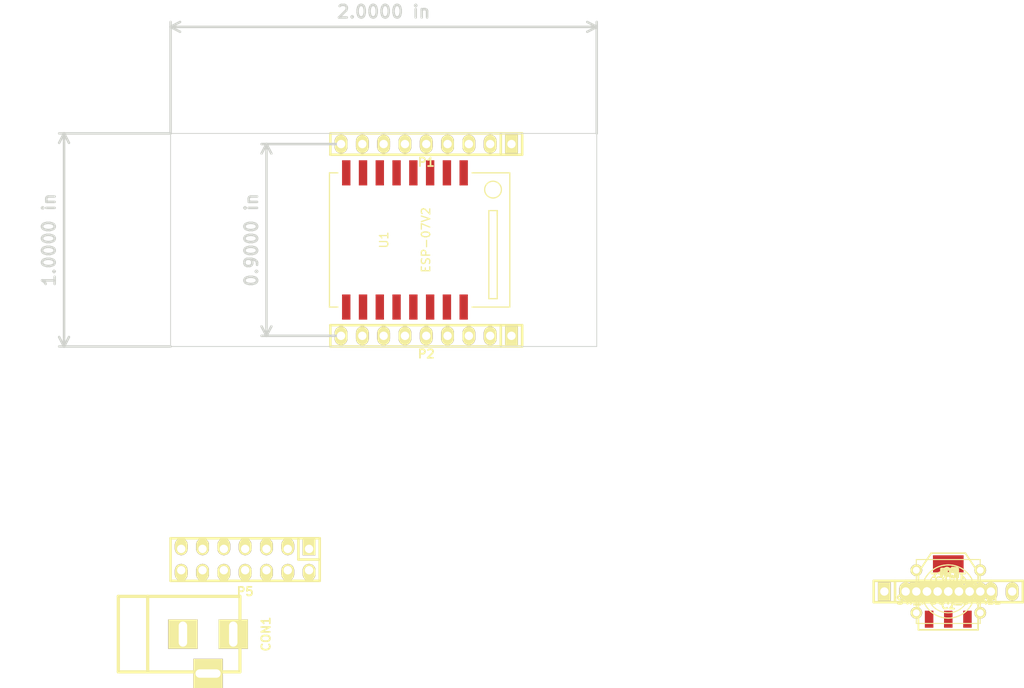
<source format=kicad_pcb>
(kicad_pcb (version 3) (host pcbnew "(2013-jul-07)-stable")

  (general
    (links 77)
    (no_connects 70)
    (area 0 0 0 0)
    (thickness 1.6)
    (drawings 7)
    (tracks 0)
    (zones 0)
    (modules 22)
    (nets 22)
  )

  (page A3)
  (layers
    (15 F.Cu signal)
    (0 B.Cu signal)
    (16 B.Adhes user)
    (17 F.Adhes user)
    (18 B.Paste user)
    (19 F.Paste user)
    (20 B.SilkS user)
    (21 F.SilkS user)
    (22 B.Mask user)
    (23 F.Mask user)
    (24 Dwgs.User user)
    (25 Cmts.User user)
    (26 Eco1.User user)
    (27 Eco2.User user)
    (28 Edge.Cuts user)
  )

  (setup
    (last_trace_width 0.254)
    (trace_clearance 0.254)
    (zone_clearance 0.508)
    (zone_45_only no)
    (trace_min 0.254)
    (segment_width 0.2)
    (edge_width 0.1)
    (via_size 0.889)
    (via_drill 0.635)
    (via_min_size 0.889)
    (via_min_drill 0.508)
    (uvia_size 0.508)
    (uvia_drill 0.127)
    (uvias_allowed no)
    (uvia_min_size 0.508)
    (uvia_min_drill 0.127)
    (pcb_text_width 0.3)
    (pcb_text_size 1.5 1.5)
    (mod_edge_width 0.15)
    (mod_text_size 1 1)
    (mod_text_width 0.15)
    (pad_size 1.5 1.5)
    (pad_drill 0.6)
    (pad_to_mask_clearance 0)
    (aux_axis_origin 0 0)
    (visible_elements FFFFFFBF)
    (pcbplotparams
      (layerselection 3178497)
      (usegerberextensions true)
      (excludeedgelayer true)
      (linewidth 0.150000)
      (plotframeref false)
      (viasonmask false)
      (mode 1)
      (useauxorigin false)
      (hpglpennumber 1)
      (hpglpenspeed 20)
      (hpglpendiameter 15)
      (hpglpenoverlay 2)
      (psnegative false)
      (psa4output false)
      (plotreference true)
      (plotvalue true)
      (plotothertext true)
      (plotinvisibletext false)
      (padsonsilk false)
      (subtractmaskfromsilk false)
      (outputformat 1)
      (mirror false)
      (drillshape 1)
      (scaleselection 1)
      (outputdirectory ""))
  )

  (net 0 "")
  (net 1 +3.3V)
  (net 2 +5V)
  (net 3 +5V_CARGADOR)
  (net 4 +5V_USB)
  (net 5 ADC)
  (net 6 ADC_EX)
  (net 7 CH_PD)
  (net 8 D0)
  (net 9 D1)
  (net 10 D2)
  (net 11 D5)
  (net 12 D6)
  (net 13 D7)
  (net 14 FLASH)
  (net 15 GND)
  (net 16 N-0000017)
  (net 17 O02)
  (net 18 O15)
  (net 19 RX)
  (net 20 Reset)
  (net 21 TX)

  (net_class Default "This is the default net class."
    (clearance 0.254)
    (trace_width 0.254)
    (via_dia 0.889)
    (via_drill 0.635)
    (uvia_dia 0.508)
    (uvia_drill 0.127)
    (add_net "")
    (add_net +3.3V)
    (add_net +5V)
    (add_net +5V_CARGADOR)
    (add_net +5V_USB)
    (add_net ADC)
    (add_net ADC_EX)
    (add_net CH_PD)
    (add_net D0)
    (add_net D1)
    (add_net D2)
    (add_net D5)
    (add_net D6)
    (add_net D7)
    (add_net FLASH)
    (add_net GND)
    (add_net N-0000017)
    (add_net O02)
    (add_net O15)
    (add_net RX)
    (add_net Reset)
    (add_net TX)
  )

  (module SW_PUSH_SMALL (layer F.Cu) (tedit 46544DB3) (tstamp 56B28D16)
    (at 128.27 107.95)
    (path /56AB9B49)
    (fp_text reference SW1 (at 0 -0.762) (layer F.SilkS)
      (effects (font (size 1.016 1.016) (thickness 0.2032)))
    )
    (fp_text value SW_PUSH_SMALL (at 0 1.016) (layer F.SilkS)
      (effects (font (size 1.016 1.016) (thickness 0.2032)))
    )
    (fp_circle (center 0 0) (end 0 -2.54) (layer F.SilkS) (width 0.127))
    (fp_line (start -3.81 -3.81) (end 3.81 -3.81) (layer F.SilkS) (width 0.127))
    (fp_line (start 3.81 -3.81) (end 3.81 3.81) (layer F.SilkS) (width 0.127))
    (fp_line (start 3.81 3.81) (end -3.81 3.81) (layer F.SilkS) (width 0.127))
    (fp_line (start -3.81 -3.81) (end -3.81 3.81) (layer F.SilkS) (width 0.127))
    (pad 1 thru_hole circle (at 3.81 -2.54) (size 1.397 1.397) (drill 0.8128)
      (layers *.Cu *.Mask F.SilkS)
      (net 20 Reset)
    )
    (pad 2 thru_hole circle (at 3.81 2.54) (size 1.397 1.397) (drill 0.8128)
      (layers *.Cu *.Mask F.SilkS)
      (net 15 GND)
    )
    (pad 1 thru_hole circle (at -3.81 -2.54) (size 1.397 1.397) (drill 0.8128)
      (layers *.Cu *.Mask F.SilkS)
      (net 20 Reset)
    )
    (pad 2 thru_hole circle (at -3.81 2.54) (size 1.397 1.397) (drill 0.8128)
      (layers *.Cu *.Mask F.SilkS)
      (net 15 GND)
    )
  )

  (module SOT223 (layer F.Cu) (tedit 200000) (tstamp 56B28D26)
    (at 128.27 107.95)
    (descr "module CMS SOT223 4 pins")
    (tags "CMS SOT")
    (path /56B2701C)
    (attr smd)
    (fp_text reference U2 (at 0 -0.762) (layer F.SilkS)
      (effects (font (size 1.016 1.016) (thickness 0.2032)))
    )
    (fp_text value LM1117-3.3V (at 0 0.762) (layer F.SilkS)
      (effects (font (size 1.016 1.016) (thickness 0.2032)))
    )
    (fp_line (start -3.556 1.524) (end -3.556 4.572) (layer F.SilkS) (width 0.2032))
    (fp_line (start -3.556 4.572) (end 3.556 4.572) (layer F.SilkS) (width 0.2032))
    (fp_line (start 3.556 4.572) (end 3.556 1.524) (layer F.SilkS) (width 0.2032))
    (fp_line (start -3.556 -1.524) (end -3.556 -2.286) (layer F.SilkS) (width 0.2032))
    (fp_line (start -3.556 -2.286) (end -2.032 -4.572) (layer F.SilkS) (width 0.2032))
    (fp_line (start -2.032 -4.572) (end 2.032 -4.572) (layer F.SilkS) (width 0.2032))
    (fp_line (start 2.032 -4.572) (end 3.556 -2.286) (layer F.SilkS) (width 0.2032))
    (fp_line (start 3.556 -2.286) (end 3.556 -1.524) (layer F.SilkS) (width 0.2032))
    (pad 4 smd rect (at 0 -3.302) (size 3.6576 2.032)
      (layers F.Cu F.Paste F.Mask)
      (net 15 GND)
    )
    (pad 2 smd rect (at 0 3.302) (size 1.016 2.032)
      (layers F.Cu F.Paste F.Mask)
      (net 1 +3.3V)
    )
    (pad 3 smd rect (at 2.286 3.302) (size 1.016 2.032)
      (layers F.Cu F.Paste F.Mask)
      (net 2 +5V)
    )
    (pad 1 smd rect (at -2.286 3.302) (size 1.016 2.032)
      (layers F.Cu F.Paste F.Mask)
      (net 15 GND)
    )
    (model smd/SOT223.wrl
      (at (xyz 0 0 0))
      (scale (xyz 0.4 0.4 0.4))
      (rotate (xyz 0 0 0))
    )
  )

  (module R3 (layer F.Cu) (tedit 4E4C0E65) (tstamp 56B28D34)
    (at 128.27 107.95)
    (descr "Resitance 3 pas")
    (tags R)
    (path /56B16DB9)
    (autoplace_cost180 10)
    (fp_text reference R6 (at 0 0.127) (layer F.SilkS) hide
      (effects (font (size 1.397 1.27) (thickness 0.2032)))
    )
    (fp_text value 100k (at 0 0.127) (layer F.SilkS)
      (effects (font (size 1.397 1.27) (thickness 0.2032)))
    )
    (fp_line (start -3.81 0) (end -3.302 0) (layer F.SilkS) (width 0.2032))
    (fp_line (start 3.81 0) (end 3.302 0) (layer F.SilkS) (width 0.2032))
    (fp_line (start 3.302 0) (end 3.302 -1.016) (layer F.SilkS) (width 0.2032))
    (fp_line (start 3.302 -1.016) (end -3.302 -1.016) (layer F.SilkS) (width 0.2032))
    (fp_line (start -3.302 -1.016) (end -3.302 1.016) (layer F.SilkS) (width 0.2032))
    (fp_line (start -3.302 1.016) (end 3.302 1.016) (layer F.SilkS) (width 0.2032))
    (fp_line (start 3.302 1.016) (end 3.302 0) (layer F.SilkS) (width 0.2032))
    (fp_line (start -3.302 -0.508) (end -2.794 -1.016) (layer F.SilkS) (width 0.2032))
    (pad 1 thru_hole circle (at -3.81 0) (size 1.397 1.397) (drill 0.8128)
      (layers *.Cu *.Mask F.SilkS)
      (net 5 ADC)
    )
    (pad 2 thru_hole circle (at 3.81 0) (size 1.397 1.397) (drill 0.8128)
      (layers *.Cu *.Mask F.SilkS)
      (net 15 GND)
    )
    (model discret/resistor.wrl
      (at (xyz 0 0 0))
      (scale (xyz 0.3 0.3 0.3))
      (rotate (xyz 0 0 0))
    )
  )

  (module R3 (layer F.Cu) (tedit 4E4C0E65) (tstamp 56B28D42)
    (at 128.27 107.95)
    (descr "Resitance 3 pas")
    (tags R)
    (path /56B16DA8)
    (autoplace_cost180 10)
    (fp_text reference R7 (at 0 0.127) (layer F.SilkS) hide
      (effects (font (size 1.397 1.27) (thickness 0.2032)))
    )
    (fp_text value 220k (at 0 0.127) (layer F.SilkS)
      (effects (font (size 1.397 1.27) (thickness 0.2032)))
    )
    (fp_line (start -3.81 0) (end -3.302 0) (layer F.SilkS) (width 0.2032))
    (fp_line (start 3.81 0) (end 3.302 0) (layer F.SilkS) (width 0.2032))
    (fp_line (start 3.302 0) (end 3.302 -1.016) (layer F.SilkS) (width 0.2032))
    (fp_line (start 3.302 -1.016) (end -3.302 -1.016) (layer F.SilkS) (width 0.2032))
    (fp_line (start -3.302 -1.016) (end -3.302 1.016) (layer F.SilkS) (width 0.2032))
    (fp_line (start -3.302 1.016) (end 3.302 1.016) (layer F.SilkS) (width 0.2032))
    (fp_line (start 3.302 1.016) (end 3.302 0) (layer F.SilkS) (width 0.2032))
    (fp_line (start -3.302 -0.508) (end -2.794 -1.016) (layer F.SilkS) (width 0.2032))
    (pad 1 thru_hole circle (at -3.81 0) (size 1.397 1.397) (drill 0.8128)
      (layers *.Cu *.Mask F.SilkS)
      (net 6 ADC_EX)
    )
    (pad 2 thru_hole circle (at 3.81 0) (size 1.397 1.397) (drill 0.8128)
      (layers *.Cu *.Mask F.SilkS)
      (net 5 ADC)
    )
    (model discret/resistor.wrl
      (at (xyz 0 0 0))
      (scale (xyz 0.3 0.3 0.3))
      (rotate (xyz 0 0 0))
    )
  )

  (module R3 (layer F.Cu) (tedit 4E4C0E65) (tstamp 56B28D50)
    (at 128.27 107.95)
    (descr "Resitance 3 pas")
    (tags R)
    (path /56AB9C68)
    (autoplace_cost180 10)
    (fp_text reference R5 (at 0 0.127) (layer F.SilkS) hide
      (effects (font (size 1.397 1.27) (thickness 0.2032)))
    )
    (fp_text value 10k (at 0 0.127) (layer F.SilkS)
      (effects (font (size 1.397 1.27) (thickness 0.2032)))
    )
    (fp_line (start -3.81 0) (end -3.302 0) (layer F.SilkS) (width 0.2032))
    (fp_line (start 3.81 0) (end 3.302 0) (layer F.SilkS) (width 0.2032))
    (fp_line (start 3.302 0) (end 3.302 -1.016) (layer F.SilkS) (width 0.2032))
    (fp_line (start 3.302 -1.016) (end -3.302 -1.016) (layer F.SilkS) (width 0.2032))
    (fp_line (start -3.302 -1.016) (end -3.302 1.016) (layer F.SilkS) (width 0.2032))
    (fp_line (start -3.302 1.016) (end 3.302 1.016) (layer F.SilkS) (width 0.2032))
    (fp_line (start 3.302 1.016) (end 3.302 0) (layer F.SilkS) (width 0.2032))
    (fp_line (start -3.302 -0.508) (end -2.794 -1.016) (layer F.SilkS) (width 0.2032))
    (pad 1 thru_hole circle (at -3.81 0) (size 1.397 1.397) (drill 0.8128)
      (layers *.Cu *.Mask F.SilkS)
      (net 17 O02)
    )
    (pad 2 thru_hole circle (at 3.81 0) (size 1.397 1.397) (drill 0.8128)
      (layers *.Cu *.Mask F.SilkS)
      (net 1 +3.3V)
    )
    (model discret/resistor.wrl
      (at (xyz 0 0 0))
      (scale (xyz 0.3 0.3 0.3))
      (rotate (xyz 0 0 0))
    )
  )

  (module R3 (layer F.Cu) (tedit 4E4C0E65) (tstamp 56B28D5E)
    (at 128.27 107.95)
    (descr "Resitance 3 pas")
    (tags R)
    (path /56AB9B0C)
    (autoplace_cost180 10)
    (fp_text reference R4 (at 0 0.127) (layer F.SilkS) hide
      (effects (font (size 1.397 1.27) (thickness 0.2032)))
    )
    (fp_text value 10k (at 0 0.127) (layer F.SilkS)
      (effects (font (size 1.397 1.27) (thickness 0.2032)))
    )
    (fp_line (start -3.81 0) (end -3.302 0) (layer F.SilkS) (width 0.2032))
    (fp_line (start 3.81 0) (end 3.302 0) (layer F.SilkS) (width 0.2032))
    (fp_line (start 3.302 0) (end 3.302 -1.016) (layer F.SilkS) (width 0.2032))
    (fp_line (start 3.302 -1.016) (end -3.302 -1.016) (layer F.SilkS) (width 0.2032))
    (fp_line (start -3.302 -1.016) (end -3.302 1.016) (layer F.SilkS) (width 0.2032))
    (fp_line (start -3.302 1.016) (end 3.302 1.016) (layer F.SilkS) (width 0.2032))
    (fp_line (start 3.302 1.016) (end 3.302 0) (layer F.SilkS) (width 0.2032))
    (fp_line (start -3.302 -0.508) (end -2.794 -1.016) (layer F.SilkS) (width 0.2032))
    (pad 1 thru_hole circle (at -3.81 0) (size 1.397 1.397) (drill 0.8128)
      (layers *.Cu *.Mask F.SilkS)
      (net 20 Reset)
    )
    (pad 2 thru_hole circle (at 3.81 0) (size 1.397 1.397) (drill 0.8128)
      (layers *.Cu *.Mask F.SilkS)
      (net 1 +3.3V)
    )
    (model discret/resistor.wrl
      (at (xyz 0 0 0))
      (scale (xyz 0.3 0.3 0.3))
      (rotate (xyz 0 0 0))
    )
  )

  (module R3 (layer F.Cu) (tedit 4E4C0E65) (tstamp 56B28D6C)
    (at 128.27 107.95)
    (descr "Resitance 3 pas")
    (tags R)
    (path /56AB9A5D)
    (autoplace_cost180 10)
    (fp_text reference R3 (at 0 0.127) (layer F.SilkS) hide
      (effects (font (size 1.397 1.27) (thickness 0.2032)))
    )
    (fp_text value 10k (at 0 0.127) (layer F.SilkS)
      (effects (font (size 1.397 1.27) (thickness 0.2032)))
    )
    (fp_line (start -3.81 0) (end -3.302 0) (layer F.SilkS) (width 0.2032))
    (fp_line (start 3.81 0) (end 3.302 0) (layer F.SilkS) (width 0.2032))
    (fp_line (start 3.302 0) (end 3.302 -1.016) (layer F.SilkS) (width 0.2032))
    (fp_line (start 3.302 -1.016) (end -3.302 -1.016) (layer F.SilkS) (width 0.2032))
    (fp_line (start -3.302 -1.016) (end -3.302 1.016) (layer F.SilkS) (width 0.2032))
    (fp_line (start -3.302 1.016) (end 3.302 1.016) (layer F.SilkS) (width 0.2032))
    (fp_line (start 3.302 1.016) (end 3.302 0) (layer F.SilkS) (width 0.2032))
    (fp_line (start -3.302 -0.508) (end -2.794 -1.016) (layer F.SilkS) (width 0.2032))
    (pad 1 thru_hole circle (at -3.81 0) (size 1.397 1.397) (drill 0.8128)
      (layers *.Cu *.Mask F.SilkS)
      (net 18 O15)
    )
    (pad 2 thru_hole circle (at 3.81 0) (size 1.397 1.397) (drill 0.8128)
      (layers *.Cu *.Mask F.SilkS)
      (net 15 GND)
    )
    (model discret/resistor.wrl
      (at (xyz 0 0 0))
      (scale (xyz 0.3 0.3 0.3))
      (rotate (xyz 0 0 0))
    )
  )

  (module R3 (layer F.Cu) (tedit 4E4C0E65) (tstamp 56B28D7A)
    (at 128.27 107.95)
    (descr "Resitance 3 pas")
    (tags R)
    (path /56AB99C7)
    (autoplace_cost180 10)
    (fp_text reference R2 (at 0 0.127) (layer F.SilkS) hide
      (effects (font (size 1.397 1.27) (thickness 0.2032)))
    )
    (fp_text value 10k (at 0 0.127) (layer F.SilkS)
      (effects (font (size 1.397 1.27) (thickness 0.2032)))
    )
    (fp_line (start -3.81 0) (end -3.302 0) (layer F.SilkS) (width 0.2032))
    (fp_line (start 3.81 0) (end 3.302 0) (layer F.SilkS) (width 0.2032))
    (fp_line (start 3.302 0) (end 3.302 -1.016) (layer F.SilkS) (width 0.2032))
    (fp_line (start 3.302 -1.016) (end -3.302 -1.016) (layer F.SilkS) (width 0.2032))
    (fp_line (start -3.302 -1.016) (end -3.302 1.016) (layer F.SilkS) (width 0.2032))
    (fp_line (start -3.302 1.016) (end 3.302 1.016) (layer F.SilkS) (width 0.2032))
    (fp_line (start 3.302 1.016) (end 3.302 0) (layer F.SilkS) (width 0.2032))
    (fp_line (start -3.302 -0.508) (end -2.794 -1.016) (layer F.SilkS) (width 0.2032))
    (pad 1 thru_hole circle (at -3.81 0) (size 1.397 1.397) (drill 0.8128)
      (layers *.Cu *.Mask F.SilkS)
      (net 7 CH_PD)
    )
    (pad 2 thru_hole circle (at 3.81 0) (size 1.397 1.397) (drill 0.8128)
      (layers *.Cu *.Mask F.SilkS)
      (net 1 +3.3V)
    )
    (model discret/resistor.wrl
      (at (xyz 0 0 0))
      (scale (xyz 0.3 0.3 0.3))
      (rotate (xyz 0 0 0))
    )
  )

  (module R3 (layer F.Cu) (tedit 4E4C0E65) (tstamp 56B28D88)
    (at 128.27 107.95)
    (descr "Resitance 3 pas")
    (tags R)
    (path /56AB9871)
    (autoplace_cost180 10)
    (fp_text reference R1 (at 0 0.127) (layer F.SilkS) hide
      (effects (font (size 1.397 1.27) (thickness 0.2032)))
    )
    (fp_text value 10k (at 0 0.127) (layer F.SilkS)
      (effects (font (size 1.397 1.27) (thickness 0.2032)))
    )
    (fp_line (start -3.81 0) (end -3.302 0) (layer F.SilkS) (width 0.2032))
    (fp_line (start 3.81 0) (end 3.302 0) (layer F.SilkS) (width 0.2032))
    (fp_line (start 3.302 0) (end 3.302 -1.016) (layer F.SilkS) (width 0.2032))
    (fp_line (start 3.302 -1.016) (end -3.302 -1.016) (layer F.SilkS) (width 0.2032))
    (fp_line (start -3.302 -1.016) (end -3.302 1.016) (layer F.SilkS) (width 0.2032))
    (fp_line (start -3.302 1.016) (end 3.302 1.016) (layer F.SilkS) (width 0.2032))
    (fp_line (start 3.302 1.016) (end 3.302 0) (layer F.SilkS) (width 0.2032))
    (fp_line (start -3.302 -0.508) (end -2.794 -1.016) (layer F.SilkS) (width 0.2032))
    (pad 1 thru_hole circle (at -3.81 0) (size 1.397 1.397) (drill 0.8128)
      (layers *.Cu *.Mask F.SilkS)
      (net 14 FLASH)
    )
    (pad 2 thru_hole circle (at 3.81 0) (size 1.397 1.397) (drill 0.8128)
      (layers *.Cu *.Mask F.SilkS)
      (net 1 +3.3V)
    )
    (model discret/resistor.wrl
      (at (xyz 0 0 0))
      (scale (xyz 0.3 0.3 0.3))
      (rotate (xyz 0 0 0))
    )
  )

  (module pin_socket_9 (layer F.Cu) (tedit 4B90DF58) (tstamp 56B28D9A)
    (at 66.04 77.47 180)
    (descr "Pin socket 9pin")
    (tags "CONN DEV")
    (path /56AB8A8E)
    (fp_text reference P2 (at 0 -2.159 180) (layer F.SilkS)
      (effects (font (size 1.016 1.016) (thickness 0.2032)))
    )
    (fp_text value ext_der_GPIO (at 0.254 -3.556 180) (layer F.SilkS) hide
      (effects (font (size 1.016 0.889) (thickness 0.2032)))
    )
    (fp_line (start -8.89 -1.27) (end -8.89 1.27) (layer F.SilkS) (width 0.3048))
    (fp_line (start -11.43 -1.27) (end 11.43 -1.27) (layer F.SilkS) (width 0.3048))
    (fp_line (start 11.43 -1.27) (end 11.43 1.27) (layer F.SilkS) (width 0.3048))
    (fp_line (start 11.43 1.27) (end -11.43 1.27) (layer F.SilkS) (width 0.3048))
    (fp_line (start -11.43 1.27) (end -11.43 -1.27) (layer F.SilkS) (width 0.3048))
    (pad 1 thru_hole rect (at -10.16 0 180) (size 1.524 2.19964) (drill 1.00076)
      (layers *.Cu *.Mask F.SilkS)
      (net 21 TX)
    )
    (pad 2 thru_hole oval (at -7.62 0 180) (size 1.524 2.19964) (drill 1.00076)
      (layers *.Cu *.Mask F.SilkS)
      (net 19 RX)
    )
    (pad 3 thru_hole oval (at -5.08 0 180) (size 1.524 2.19964) (drill 1.00076)
      (layers *.Cu *.Mask F.SilkS)
      (net 10 D2)
    )
    (pad 4 thru_hole oval (at -2.54 0 180) (size 1.524 2.19964) (drill 1.00076)
      (layers *.Cu *.Mask F.SilkS)
      (net 9 D1)
    )
    (pad 5 thru_hole oval (at 0 0 180) (size 1.524 2.19964) (drill 1.00076)
      (layers *.Cu *.Mask F.SilkS)
      (net 14 FLASH)
    )
    (pad 6 thru_hole oval (at 2.54 0 180) (size 1.524 2.19964) (drill 1.00076)
      (layers *.Cu *.Mask F.SilkS)
      (net 17 O02)
    )
    (pad 7 thru_hole oval (at 5.08 0 180) (size 1.524 2.19964) (drill 1.00076)
      (layers *.Cu *.Mask F.SilkS)
      (net 18 O15)
    )
    (pad 8 thru_hole oval (at 7.62 0 180) (size 1.524 2.19964) (drill 1.00076)
      (layers *.Cu *.Mask F.SilkS)
      (net 2 +5V)
    )
    (pad 9 thru_hole oval (at 10.16 0 180) (size 1.524 2.19964) (drill 1.00076)
      (layers *.Cu *.Mask F.SilkS)
      (net 15 GND)
    )
    (model walter/pin_strip/pin_socket_9.wrl
      (at (xyz 0 0 0))
      (scale (xyz 1 1 1))
      (rotate (xyz 0 0 0))
    )
  )

  (module pin_socket_9 (layer F.Cu) (tedit 4B90DF58) (tstamp 56B2932F)
    (at 66.04 54.61 180)
    (descr "Pin socket 9pin")
    (tags "CONN DEV")
    (path /56AB8A79)
    (fp_text reference P1 (at 0 -2.159 180) (layer F.SilkS)
      (effects (font (size 1.016 1.016) (thickness 0.2032)))
    )
    (fp_text value ext_izq_GPIO (at 0.254 -3.556 180) (layer F.SilkS) hide
      (effects (font (size 1.016 0.889) (thickness 0.2032)))
    )
    (fp_line (start -8.89 -1.27) (end -8.89 1.27) (layer F.SilkS) (width 0.3048))
    (fp_line (start -11.43 -1.27) (end 11.43 -1.27) (layer F.SilkS) (width 0.3048))
    (fp_line (start 11.43 -1.27) (end 11.43 1.27) (layer F.SilkS) (width 0.3048))
    (fp_line (start 11.43 1.27) (end -11.43 1.27) (layer F.SilkS) (width 0.3048))
    (fp_line (start -11.43 1.27) (end -11.43 -1.27) (layer F.SilkS) (width 0.3048))
    (pad 1 thru_hole rect (at -10.16 0 180) (size 1.524 2.19964) (drill 1.00076)
      (layers *.Cu *.Mask F.SilkS)
      (net 20 Reset)
    )
    (pad 2 thru_hole oval (at -7.62 0 180) (size 1.524 2.19964) (drill 1.00076)
      (layers *.Cu *.Mask F.SilkS)
      (net 5 ADC)
    )
    (pad 3 thru_hole oval (at -5.08 0 180) (size 1.524 2.19964) (drill 1.00076)
      (layers *.Cu *.Mask F.SilkS)
      (net 7 CH_PD)
    )
    (pad 4 thru_hole oval (at -2.54 0 180) (size 1.524 2.19964) (drill 1.00076)
      (layers *.Cu *.Mask F.SilkS)
      (net 8 D0)
    )
    (pad 5 thru_hole oval (at 0 0 180) (size 1.524 2.19964) (drill 1.00076)
      (layers *.Cu *.Mask F.SilkS)
      (net 11 D5)
    )
    (pad 6 thru_hole oval (at 2.54 0 180) (size 1.524 2.19964) (drill 1.00076)
      (layers *.Cu *.Mask F.SilkS)
      (net 12 D6)
    )
    (pad 7 thru_hole oval (at 5.08 0 180) (size 1.524 2.19964) (drill 1.00076)
      (layers *.Cu *.Mask F.SilkS)
      (net 13 D7)
    )
    (pad 8 thru_hole oval (at 7.62 0 180) (size 1.524 2.19964) (drill 1.00076)
      (layers *.Cu *.Mask F.SilkS)
      (net 1 +3.3V)
    )
    (pad 9 thru_hole oval (at 10.16 0 180) (size 1.524 2.19964) (drill 1.00076)
      (layers *.Cu *.Mask F.SilkS)
      (net 15 GND)
    )
    (model walter/pin_strip/pin_socket_9.wrl
      (at (xyz 0 0 0))
      (scale (xyz 1 1 1))
      (rotate (xyz 0 0 0))
    )
  )

  (module pin_socket_7x2 (layer F.Cu) (tedit 4B90DCE3) (tstamp 56B28DC4)
    (at 44.45 104.14 180)
    (descr "Pin socket 7x2pin")
    (tags "CONN DEV")
    (path /56B2762B)
    (fp_text reference P5 (at 0 -3.81 180) (layer F.SilkS)
      (effects (font (size 1.016 1.016) (thickness 0.2032)))
    )
    (fp_text value "(GND,VCC)_GPIO" (at 0 -5.08 180) (layer F.SilkS) hide
      (effects (font (size 1.016 0.889) (thickness 0.2032)))
    )
    (fp_line (start -8.89 -2.54) (end 8.89 -2.54) (layer F.SilkS) (width 0.3048))
    (fp_line (start 8.89 -2.54) (end 8.89 2.54) (layer F.SilkS) (width 0.3048))
    (fp_line (start 8.89 2.54) (end -8.89 2.54) (layer F.SilkS) (width 0.3048))
    (fp_line (start -8.89 0) (end -6.35 0) (layer F.SilkS) (width 0.3048))
    (fp_line (start -6.35 0) (end -6.35 2.54) (layer F.SilkS) (width 0.3048))
    (fp_line (start -8.89 -2.54) (end -8.89 2.54) (layer F.SilkS) (width 0.3048))
    (pad 1 thru_hole rect (at -7.62 1.27 180) (size 1.524 1.99898) (drill 1.00076 (offset 0 0.24892))
      (layers *.Cu *.Mask F.SilkS)
      (net 15 GND)
    )
    (pad 2 thru_hole oval (at -7.62 -1.27 180) (size 1.524 1.99898) (drill 1.00076 (offset 0 -0.24892))
      (layers *.Cu *.Mask F.SilkS)
      (net 16 N-0000017)
    )
    (pad 3 thru_hole oval (at -5.08 1.27 180) (size 1.524 1.99898) (drill 1.00076 (offset 0 0.24892))
      (layers *.Cu *.Mask F.SilkS)
      (net 15 GND)
    )
    (pad 4 thru_hole oval (at -5.08 -1.27 180) (size 1.524 1.99898) (drill 1.00076 (offset 0 -0.24892))
      (layers *.Cu *.Mask F.SilkS)
      (net 16 N-0000017)
    )
    (pad 5 thru_hole oval (at -2.54 1.27 180) (size 1.524 1.99898) (drill 1.00076 (offset 0 0.24892))
      (layers *.Cu *.Mask F.SilkS)
      (net 15 GND)
    )
    (pad 6 thru_hole oval (at -2.54 -1.27 180) (size 1.524 1.99898) (drill 1.00076 (offset 0 -0.24892))
      (layers *.Cu *.Mask F.SilkS)
      (net 16 N-0000017)
    )
    (pad 7 thru_hole oval (at 0 1.27 180) (size 1.524 1.99898) (drill 1.00076 (offset 0 0.24892))
      (layers *.Cu *.Mask F.SilkS)
      (net 15 GND)
    )
    (pad 8 thru_hole oval (at 0 -1.27 180) (size 1.524 1.99898) (drill 1.00076 (offset 0 -0.24892))
      (layers *.Cu *.Mask F.SilkS)
      (net 16 N-0000017)
    )
    (pad 9 thru_hole oval (at 2.54 1.27 180) (size 1.524 1.99898) (drill 1.00076 (offset 0 0.24892))
      (layers *.Cu *.Mask F.SilkS)
      (net 15 GND)
    )
    (pad 10 thru_hole oval (at 2.54 -1.27 180) (size 1.524 1.99898) (drill 1.00076 (offset 0 -0.24892))
      (layers *.Cu *.Mask F.SilkS)
      (net 16 N-0000017)
    )
    (pad 11 thru_hole oval (at 5.08 1.27 180) (size 1.524 1.99898) (drill 1.00076 (offset 0 0.24892))
      (layers *.Cu *.Mask F.SilkS)
      (net 15 GND)
    )
    (pad 12 thru_hole oval (at 5.08 -1.27 180) (size 1.524 1.99898) (drill 1.00076 (offset 0 -0.24892))
      (layers *.Cu *.Mask F.SilkS)
      (net 16 N-0000017)
    )
    (pad 13 thru_hole oval (at 7.62 1.27 180) (size 1.524 1.99898) (drill 1.00076 (offset 0 0.24892))
      (layers *.Cu *.Mask F.SilkS)
      (net 15 GND)
    )
    (pad 14 thru_hole oval (at 7.62 -1.27 180) (size 1.524 1.99898) (drill 1.00076 (offset 0 -0.24892))
      (layers *.Cu *.Mask F.SilkS)
      (net 16 N-0000017)
    )
    (model walter/pin_strip/pin_socket_7x2.wrl
      (at (xyz 0 0 0))
      (scale (xyz 1 1 1))
      (rotate (xyz 0 0 0))
    )
  )

  (module pin_socket_7 (layer F.Cu) (tedit 4B90DFA8) (tstamp 56B28DD4)
    (at 128.27 107.95)
    (descr "Pin socket 7pin")
    (tags "CONN DEV")
    (path /56B276B6)
    (fp_text reference P6 (at 0 -2.159) (layer F.SilkS)
      (effects (font (size 1.016 1.016) (thickness 0.2032)))
    )
    (fp_text value salidas_GPIO (at 0.254 -3.556) (layer F.SilkS) hide
      (effects (font (size 1.016 0.889) (thickness 0.2032)))
    )
    (fp_line (start -6.35 -1.27) (end -6.35 1.27) (layer F.SilkS) (width 0.3048))
    (fp_line (start -8.89 1.27) (end 8.89 1.27) (layer F.SilkS) (width 0.3048))
    (fp_line (start 8.89 -1.27) (end -8.89 -1.27) (layer F.SilkS) (width 0.3048))
    (fp_line (start -8.89 1.27) (end -8.89 -1.27) (layer F.SilkS) (width 0.3048))
    (fp_line (start 8.89 -1.27) (end 8.89 1.27) (layer F.SilkS) (width 0.3048))
    (pad 1 thru_hole rect (at -7.62 0) (size 1.524 2.19964) (drill 1.00076)
      (layers *.Cu *.Mask F.SilkS)
      (net 8 D0)
    )
    (pad 2 thru_hole oval (at -5.08 0) (size 1.524 2.19964) (drill 1.00076)
      (layers *.Cu *.Mask F.SilkS)
      (net 9 D1)
    )
    (pad 3 thru_hole oval (at -2.54 0) (size 1.524 2.19964) (drill 1.00076)
      (layers *.Cu *.Mask F.SilkS)
      (net 10 D2)
    )
    (pad 4 thru_hole oval (at 0 0) (size 1.524 2.19964) (drill 1.00076)
      (layers *.Cu *.Mask F.SilkS)
      (net 11 D5)
    )
    (pad 5 thru_hole oval (at 2.54 0) (size 1.524 2.19964) (drill 1.00076)
      (layers *.Cu *.Mask F.SilkS)
      (net 12 D6)
    )
    (pad 6 thru_hole oval (at 5.08 0) (size 1.524 2.19964) (drill 1.00076)
      (layers *.Cu *.Mask F.SilkS)
      (net 13 D7)
    )
    (pad 7 thru_hole oval (at 7.62 0) (size 1.524 2.19964) (drill 1.00076)
      (layers *.Cu *.Mask F.SilkS)
      (net 6 ADC_EX)
    )
    (model walter/pin_strip/pin_socket_7.wrl
      (at (xyz 0 0 0))
      (scale (xyz 1 1 1))
      (rotate (xyz 0 0 0))
    )
  )

  (module pin_socket_4 (layer F.Cu) (tedit 4B90DFFC) (tstamp 56B28DE1)
    (at 128.27 107.95)
    (descr "Pin socket 4pin")
    (tags "CONN DEV")
    (path /56AB909B)
    (fp_text reference P3 (at 0 -2.159) (layer F.SilkS)
      (effects (font (size 1.016 1.016) (thickness 0.2032)))
    )
    (fp_text value uart (at 0.254 -3.556) (layer F.SilkS) hide
      (effects (font (size 1.016 0.889) (thickness 0.2032)))
    )
    (fp_line (start -2.54 -1.27) (end -2.54 1.27) (layer F.SilkS) (width 0.3048))
    (fp_line (start 5.08 1.27) (end -5.08 1.27) (layer F.SilkS) (width 0.3048))
    (fp_line (start -5.08 -1.27) (end 5.08 -1.27) (layer F.SilkS) (width 0.3048))
    (fp_line (start -5.08 1.27) (end -5.08 -1.27) (layer F.SilkS) (width 0.3048))
    (fp_line (start 5.08 -1.27) (end 5.08 1.27) (layer F.SilkS) (width 0.3048))
    (pad 1 thru_hole rect (at -3.81 0) (size 1.524 2.19964) (drill 1.00076)
      (layers *.Cu *.Mask F.SilkS)
      (net 15 GND)
    )
    (pad 2 thru_hole oval (at -1.27 0) (size 1.524 2.19964) (drill 1.00076)
      (layers *.Cu *.Mask F.SilkS)
      (net 21 TX)
    )
    (pad 3 thru_hole oval (at 1.27 0) (size 1.524 2.19964) (drill 1.00076)
      (layers *.Cu *.Mask F.SilkS)
      (net 19 RX)
    )
    (pad 4 thru_hole oval (at 3.81 0) (size 1.524 2.19964) (drill 1.00076)
      (layers *.Cu *.Mask F.SilkS)
      (net 4 +5V_USB)
    )
    (model walter/pin_strip/pin_socket_4.wrl
      (at (xyz 0 0 0))
      (scale (xyz 1 1 1))
      (rotate (xyz 0 0 0))
    )
  )

  (module pin_socket_3 (layer F.Cu) (tedit 4B90E017) (tstamp 56B28DED)
    (at 128.27 107.95)
    (descr "Pin socket 3pin")
    (tags "CONN DEV")
    (path /56AB9261)
    (fp_text reference JP1 (at 0 -2.159) (layer F.SilkS)
      (effects (font (size 1.016 1.016) (thickness 0.2032)))
    )
    (fp_text value jump_power_source (at 0.254 -3.556) (layer F.SilkS) hide
      (effects (font (size 1.016 0.889) (thickness 0.2032)))
    )
    (fp_line (start -1.27 1.27) (end -1.27 -1.27) (layer F.SilkS) (width 0.3048))
    (fp_line (start -3.81 -1.27) (end 3.81 -1.27) (layer F.SilkS) (width 0.3048))
    (fp_line (start 3.81 -1.27) (end 3.81 1.27) (layer F.SilkS) (width 0.3048))
    (fp_line (start 3.81 1.27) (end -3.81 1.27) (layer F.SilkS) (width 0.3048))
    (fp_line (start -3.81 1.27) (end -3.81 -1.27) (layer F.SilkS) (width 0.3048))
    (pad 1 thru_hole rect (at -2.54 0) (size 1.524 2.19964) (drill 1.00076)
      (layers *.Cu *.Mask F.SilkS)
      (net 4 +5V_USB)
    )
    (pad 2 thru_hole oval (at 0 0) (size 1.524 2.19964) (drill 1.00076)
      (layers *.Cu *.Mask F.SilkS)
      (net 2 +5V)
    )
    (pad 3 thru_hole oval (at 2.54 0) (size 1.524 2.19964) (drill 1.00076)
      (layers *.Cu *.Mask F.SilkS)
      (net 3 +5V_CARGADOR)
    )
    (model walter/pin_strip/pin_socket_3.wrl
      (at (xyz 0 0 0))
      (scale (xyz 1 1 1))
      (rotate (xyz 0 0 0))
    )
  )

  (module pin_socket_3 (layer F.Cu) (tedit 4B90E017) (tstamp 56B28DF9)
    (at 128.27 107.95)
    (descr "Pin socket 3pin")
    (tags "CONN DEV")
    (path /56AB9EB4)
    (fp_text reference JP3 (at 0 -2.159) (layer F.SilkS)
      (effects (font (size 1.016 1.016) (thickness 0.2032)))
    )
    (fp_text value "jump 3.3v or 5v" (at 0.254 -3.556) (layer F.SilkS) hide
      (effects (font (size 1.016 0.889) (thickness 0.2032)))
    )
    (fp_line (start -1.27 1.27) (end -1.27 -1.27) (layer F.SilkS) (width 0.3048))
    (fp_line (start -3.81 -1.27) (end 3.81 -1.27) (layer F.SilkS) (width 0.3048))
    (fp_line (start 3.81 -1.27) (end 3.81 1.27) (layer F.SilkS) (width 0.3048))
    (fp_line (start 3.81 1.27) (end -3.81 1.27) (layer F.SilkS) (width 0.3048))
    (fp_line (start -3.81 1.27) (end -3.81 -1.27) (layer F.SilkS) (width 0.3048))
    (pad 1 thru_hole rect (at -2.54 0) (size 1.524 2.19964) (drill 1.00076)
      (layers *.Cu *.Mask F.SilkS)
      (net 2 +5V)
    )
    (pad 2 thru_hole oval (at 0 0) (size 1.524 2.19964) (drill 1.00076)
      (layers *.Cu *.Mask F.SilkS)
      (net 16 N-0000017)
    )
    (pad 3 thru_hole oval (at 2.54 0) (size 1.524 2.19964) (drill 1.00076)
      (layers *.Cu *.Mask F.SilkS)
      (net 1 +3.3V)
    )
    (model walter/pin_strip/pin_socket_3.wrl
      (at (xyz 0 0 0))
      (scale (xyz 1 1 1))
      (rotate (xyz 0 0 0))
    )
  )

  (module pin_socket_2 (layer F.Cu) (tedit 4F0999B2) (tstamp 56B28E06)
    (at 128.27 107.95)
    (descr "Pin socket 2pin")
    (tags "CONN DEV")
    (path /56AB9921)
    (fp_text reference JP2 (at 0 -2.159) (layer F.SilkS)
      (effects (font (size 1.016 1.016) (thickness 0.2032)))
    )
    (fp_text value JUMPER (at 0.254 -3.556) (layer F.SilkS) hide
      (effects (font (size 1.016 0.889) (thickness 0.2032)))
    )
    (fp_line (start 0 -1.27) (end 0 1.27) (layer F.SilkS) (width 0.3048))
    (fp_line (start 0 1.27) (end -2.54 -1.27) (layer F.SilkS) (width 0.3048))
    (fp_line (start -2.54 1.27) (end 0 -1.27) (layer F.SilkS) (width 0.3048))
    (fp_line (start 2.54 1.27) (end -2.54 1.27) (layer F.SilkS) (width 0.3048))
    (fp_line (start -2.54 -1.27) (end 2.54 -1.27) (layer F.SilkS) (width 0.3048))
    (fp_line (start -2.54 1.27) (end -2.54 -1.27) (layer F.SilkS) (width 0.3048))
    (fp_line (start 2.54 -1.27) (end 2.54 1.27) (layer F.SilkS) (width 0.3048))
    (pad 1 thru_hole rect (at -1.27 0) (size 1.524 2.19964) (drill 1.00076)
      (layers *.Cu *.Mask F.SilkS)
      (net 15 GND)
    )
    (pad 2 thru_hole oval (at 1.27 0) (size 1.524 2.19964) (drill 1.00076)
      (layers *.Cu *.Mask F.SilkS)
      (net 14 FLASH)
    )
    (model walter/pin_strip/pin_socket_2.wrl
      (at (xyz 0 0 0))
      (scale (xyz 1 1 1))
      (rotate (xyz 0 0 0))
    )
  )

  (module ESP-07v2 (layer F.Cu) (tedit 5508BC65) (tstamp 56B28E28)
    (at 63.5 66.04 270)
    (path /56AB8C6B)
    (fp_text reference U1 (at 0 2.5 270) (layer F.SilkS)
      (effects (font (size 1 1) (thickness 0.15)))
    )
    (fp_text value ESP-07V2 (at 0 -2.5 270) (layer F.SilkS)
      (effects (font (size 1 1) (thickness 0.15)))
    )
    (fp_line (start -3.5 -11) (end 7 -11) (layer F.SilkS) (width 0.15))
    (fp_line (start 7 -11) (end 7 -10) (layer F.SilkS) (width 0.15))
    (fp_line (start 7 -10) (end -3.5 -10) (layer F.SilkS) (width 0.15))
    (fp_line (start -3.5 -10) (end -3.5 -11) (layer F.SilkS) (width 0.15))
    (fp_line (start -3.5 -11) (end -3 -11) (layer F.SilkS) (width 0.15))
    (fp_line (start -3 -11) (end -3.5 -11) (layer F.SilkS) (width 0.15))
    (fp_line (start -3.5 -11) (end -3 -11) (layer F.SilkS) (width 0.15))
    (fp_circle (center -6 -10.5) (end -6 -9.5) (layer F.SilkS) (width 0.15))
    (fp_line (start -8 -8) (end -8 -12.5) (layer F.SilkS) (width 0.15))
    (fp_line (start -8 -12.5) (end 8 -12.5) (layer F.SilkS) (width 0.15))
    (fp_line (start 8 -12.5) (end 8 -8) (layer F.SilkS) (width 0.15))
    (fp_line (start -8 8) (end -8 9) (layer F.SilkS) (width 0.15))
    (fp_line (start -8 9) (end 8 9) (layer F.SilkS) (width 0.15))
    (fp_line (start 8 9) (end 8 8) (layer F.SilkS) (width 0.15))
    (pad 1 smd rect (at -8 -7 270) (size 3 1)
      (layers F.Cu F.Paste F.Mask)
      (net 20 Reset)
    )
    (pad 2 smd rect (at -8 -5 270) (size 3 1)
      (layers F.Cu F.Paste F.Mask)
      (net 5 ADC)
    )
    (pad 3 smd rect (at -8 -3 270) (size 3 1)
      (layers F.Cu F.Paste F.Mask)
      (net 7 CH_PD)
    )
    (pad 4 smd rect (at -8 -1 270) (size 3 1)
      (layers F.Cu F.Paste F.Mask)
      (net 8 D0)
    )
    (pad 5 smd rect (at -8 1 270) (size 3 1)
      (layers F.Cu F.Paste F.Mask)
      (net 11 D5)
    )
    (pad 6 smd rect (at -8 3 270) (size 3 1)
      (layers F.Cu F.Paste F.Mask)
      (net 12 D6)
    )
    (pad 7 smd rect (at -8 5 270) (size 3 1)
      (layers F.Cu F.Paste F.Mask)
      (net 13 D7)
    )
    (pad 8 smd rect (at -8 7 270) (size 3 1)
      (layers F.Cu F.Paste F.Mask)
      (net 1 +3.3V)
    )
    (pad 9 smd rect (at 8 7 270) (size 3 1)
      (layers F.Cu F.Paste F.Mask)
      (net 15 GND)
    )
    (pad 10 smd rect (at 8 5 270) (size 3 1)
      (layers F.Cu F.Paste F.Mask)
      (net 18 O15)
    )
    (pad 11 smd rect (at 8 3 270) (size 3 1)
      (layers F.Cu F.Paste F.Mask)
      (net 17 O02)
    )
    (pad 12 smd rect (at 8 1 270) (size 3 1)
      (layers F.Cu F.Paste F.Mask)
      (net 14 FLASH)
    )
    (pad 13 smd rect (at 8 -1 270) (size 3 1)
      (layers F.Cu F.Paste F.Mask)
      (net 9 D1)
    )
    (pad 14 smd rect (at 8 -3 270) (size 3 1)
      (layers F.Cu F.Paste F.Mask)
      (net 10 D2)
    )
    (pad 15 smd rect (at 8 -5 270) (size 3 1)
      (layers F.Cu F.Paste F.Mask)
      (net 19 RX)
    )
    (pad 16 smd rect (at 8 -7 270) (size 3 1)
      (layers F.Cu F.Paste F.Mask)
      (net 21 TX)
    )
  )

  (module C1V7 (layer F.Cu) (tedit 200000) (tstamp 56B28E30)
    (at 128.27 107.95)
    (path /56AB9822)
    (fp_text reference C1 (at 0 1.524) (layer F.SilkS)
      (effects (font (size 1.143 0.889) (thickness 0.2032)))
    )
    (fp_text value 330µF (at 0 -1.524) (layer F.SilkS)
      (effects (font (size 1.143 0.889) (thickness 0.2032)))
    )
    (fp_text user + (at -2.54 0) (layer F.SilkS)
      (effects (font (size 1.143 1.143) (thickness 0.3048)))
    )
    (fp_circle (center 0 0) (end 3.175 0) (layer F.SilkS) (width 0.127))
    (pad 1 thru_hole rect (at -1.27 0) (size 1.524 1.524) (drill 0.8128)
      (layers *.Cu *.Mask F.SilkS)
      (net 1 +3.3V)
    )
    (pad 2 thru_hole circle (at 1.27 0) (size 1.524 1.524) (drill 0.8128)
      (layers *.Cu *.Mask F.SilkS)
      (net 15 GND)
    )
    (model discret/c_vert_c1v7.wrl
      (at (xyz 0 0 0))
      (scale (xyz 1 1 1))
      (rotate (xyz 0 0 0))
    )
  )

  (module C1V7 (layer F.Cu) (tedit 200000) (tstamp 56B28E38)
    (at 128.27 107.95)
    (path /56AB9744)
    (fp_text reference C2 (at 0 1.524) (layer F.SilkS)
      (effects (font (size 1.143 0.889) (thickness 0.2032)))
    )
    (fp_text value 330µF (at 0 -1.524) (layer F.SilkS)
      (effects (font (size 1.143 0.889) (thickness 0.2032)))
    )
    (fp_text user + (at -2.54 0) (layer F.SilkS)
      (effects (font (size 1.143 1.143) (thickness 0.3048)))
    )
    (fp_circle (center 0 0) (end 3.175 0) (layer F.SilkS) (width 0.127))
    (pad 1 thru_hole rect (at -1.27 0) (size 1.524 1.524) (drill 0.8128)
      (layers *.Cu *.Mask F.SilkS)
      (net 2 +5V)
    )
    (pad 2 thru_hole circle (at 1.27 0) (size 1.524 1.524) (drill 0.8128)
      (layers *.Cu *.Mask F.SilkS)
      (net 15 GND)
    )
    (model discret/c_vert_c1v7.wrl
      (at (xyz 0 0 0))
      (scale (xyz 1 1 1))
      (rotate (xyz 0 0 0))
    )
  )

  (module C1 (layer F.Cu) (tedit 3F92C496) (tstamp 56B28E43)
    (at 128.27 107.95)
    (descr "Condensateur e = 1 pas")
    (tags C)
    (path /56AB951C)
    (fp_text reference C3 (at 0.254 -2.286) (layer F.SilkS)
      (effects (font (size 1.016 1.016) (thickness 0.2032)))
    )
    (fp_text value 100pF (at 0 -2.286) (layer F.SilkS) hide
      (effects (font (size 1.016 1.016) (thickness 0.2032)))
    )
    (fp_line (start -2.4892 -1.27) (end 2.54 -1.27) (layer F.SilkS) (width 0.3048))
    (fp_line (start 2.54 -1.27) (end 2.54 1.27) (layer F.SilkS) (width 0.3048))
    (fp_line (start 2.54 1.27) (end -2.54 1.27) (layer F.SilkS) (width 0.3048))
    (fp_line (start -2.54 1.27) (end -2.54 -1.27) (layer F.SilkS) (width 0.3048))
    (fp_line (start -2.54 -0.635) (end -1.905 -1.27) (layer F.SilkS) (width 0.3048))
    (pad 1 thru_hole circle (at -1.27 0) (size 1.397 1.397) (drill 0.8128)
      (layers *.Cu *.Mask F.SilkS)
      (net 1 +3.3V)
    )
    (pad 2 thru_hole circle (at 1.27 0) (size 1.397 1.397) (drill 0.8128)
      (layers *.Cu *.Mask F.SilkS)
      (net 15 GND)
    )
    (model discret/capa_1_pas.wrl
      (at (xyz 0 0 0))
      (scale (xyz 1 1 1))
      (rotate (xyz 0 0 0))
    )
  )

  (module BARREL_JACK (layer F.Cu) (tedit 505F99C2) (tstamp 56B28E4F)
    (at 36.83 113.03)
    (descr "DC Barrel Jack")
    (tags "Power Jack")
    (path /56AB9338)
    (fp_text reference CON1 (at 10.09904 0 90) (layer F.SilkS)
      (effects (font (size 1.016 1.016) (thickness 0.2032)))
    )
    (fp_text value bat_in (at 0 -5.99948) (layer F.SilkS) hide
      (effects (font (size 1.016 1.016) (thickness 0.2032)))
    )
    (fp_line (start -4.0005 -4.50088) (end -4.0005 4.50088) (layer F.SilkS) (width 0.381))
    (fp_line (start -7.50062 -4.50088) (end -7.50062 4.50088) (layer F.SilkS) (width 0.381))
    (fp_line (start -7.50062 4.50088) (end 7.00024 4.50088) (layer F.SilkS) (width 0.381))
    (fp_line (start 7.00024 4.50088) (end 7.00024 -4.50088) (layer F.SilkS) (width 0.381))
    (fp_line (start 7.00024 -4.50088) (end -7.50062 -4.50088) (layer F.SilkS) (width 0.381))
    (pad 1 thru_hole rect (at 6.20014 0) (size 3.50012 3.50012) (drill oval 1.00076 2.99974)
      (layers *.Cu *.Mask F.SilkS)
      (net 3 +5V_CARGADOR)
    )
    (pad 2 thru_hole rect (at 0.20066 0) (size 3.50012 3.50012) (drill oval 1.00076 2.99974)
      (layers *.Cu *.Mask F.SilkS)
      (net 15 GND)
    )
    (pad 3 thru_hole rect (at 3.2004 4.699) (size 3.50012 3.50012) (drill oval 2.99974 1.00076)
      (layers *.Cu *.Mask F.SilkS)
      (net 15 GND)
    )
  )

  (dimension 22.86 (width 0.3) (layer Edge.Cuts)
    (gr_text 22,860mm (at 45.640001 66.04 270) (layer Edge.Cuts)
      (effects (font (size 1.5 1.5) (thickness 0.3)))
    )
    (feature1 (pts (xy 55.88 77.47) (xy 44.290001 77.47)))
    (feature2 (pts (xy 55.88 54.61) (xy 44.290001 54.61)))
    (crossbar (pts (xy 46.990001 54.61) (xy 46.990001 77.47)))
    (arrow1a (pts (xy 46.990001 77.47) (xy 46.403581 76.343497)))
    (arrow1b (pts (xy 46.990001 77.47) (xy 47.576421 76.343497)))
    (arrow2a (pts (xy 46.990001 54.61) (xy 46.403581 55.736503)))
    (arrow2b (pts (xy 46.990001 54.61) (xy 47.576421 55.736503)))
  )
  (gr_line (start 86.36 53.34) (end 35.56 53.34) (angle 90) (layer Edge.Cuts) (width 0.1))
  (gr_line (start 86.36 78.74) (end 86.36 53.34) (angle 90) (layer Edge.Cuts) (width 0.1))
  (gr_line (start 35.56 78.74) (end 86.36 78.74) (angle 90) (layer Edge.Cuts) (width 0.1))
  (gr_line (start 35.56 53.34) (end 35.56 78.74) (angle 90) (layer Edge.Cuts) (width 0.1))
  (dimension 50.8 (width 0.3) (layer Edge.Cuts)
    (gr_text 50,800mm (at 60.96 39.290001) (layer Edge.Cuts)
      (effects (font (size 1.5 1.5) (thickness 0.3)))
    )
    (feature1 (pts (xy 86.36 53.34) (xy 86.36 37.940001)))
    (feature2 (pts (xy 35.56 53.34) (xy 35.56 37.940001)))
    (crossbar (pts (xy 35.56 40.640001) (xy 86.36 40.640001)))
    (arrow1a (pts (xy 86.36 40.640001) (xy 85.233497 41.226421)))
    (arrow1b (pts (xy 86.36 40.640001) (xy 85.233497 40.053581)))
    (arrow2a (pts (xy 35.56 40.640001) (xy 36.686503 41.226421)))
    (arrow2b (pts (xy 35.56 40.640001) (xy 36.686503 40.053581)))
  )
  (dimension 25.4 (width 0.3) (layer Edge.Cuts)
    (gr_text 25,400mm (at 21.510001 66.039999 270) (layer Edge.Cuts)
      (effects (font (size 1.5 1.5) (thickness 0.3)))
    )
    (feature1 (pts (xy 35.56 78.74) (xy 20.160001 78.739999)))
    (feature2 (pts (xy 35.56 53.34) (xy 20.160001 53.339999)))
    (crossbar (pts (xy 22.860001 53.339999) (xy 22.860001 78.739999)))
    (arrow1a (pts (xy 22.860001 78.739999) (xy 22.273581 77.613496)))
    (arrow1b (pts (xy 22.860001 78.739999) (xy 23.446421 77.613496)))
    (arrow2a (pts (xy 22.860001 53.339999) (xy 22.273581 54.466502)))
    (arrow2b (pts (xy 22.860001 53.339999) (xy 23.446421 54.466502)))
  )

)

</source>
